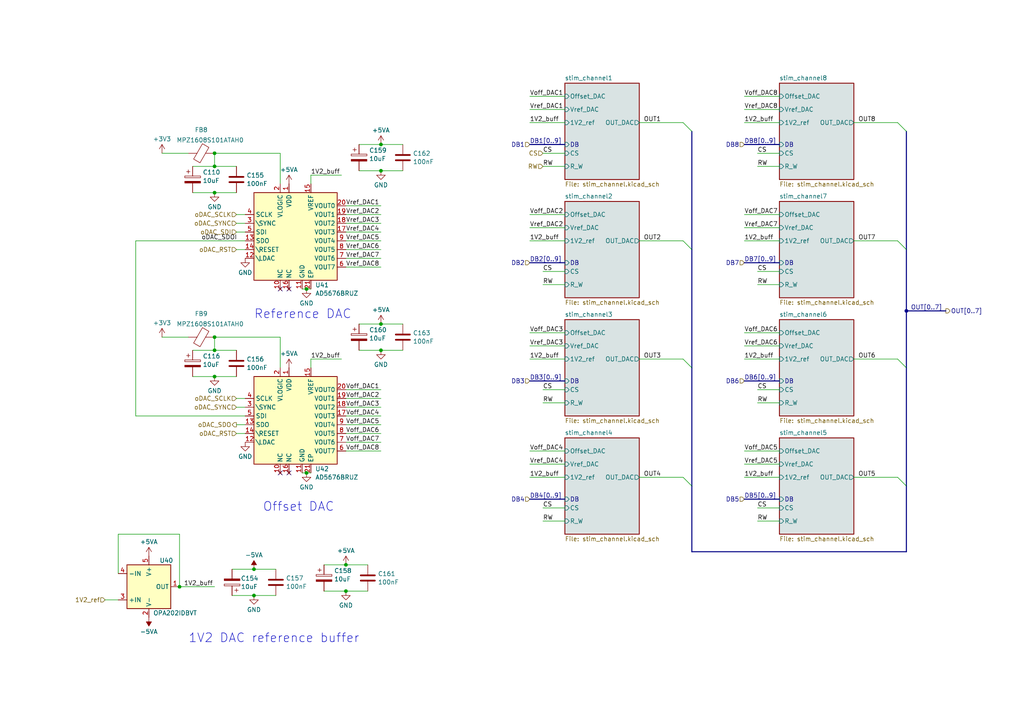
<source format=kicad_sch>
(kicad_sch (version 20250114) (generator "eeschema") (generator_version "9.0")
  (paper "A4")
  (lib_symbols
    (symbol "Device:C" (pin_numbers (hide yes)) (pin_names (offset 0.254))
      (property "Reference" "C" (at 0.635 2.54 0))
      (property "Value" "C" (at 0.635 -2.54 0))
      (symbol "C_0_1"
        (polyline (pts (xy -2.032 0.762) (xy 2.032 0.762)) (stroke (width 0.508)))
        (polyline (pts (xy -2.032 -0.762) (xy 2.032 -0.762)) (stroke (width 0.508)))
      )
      (symbol "C_1_1"
        (pin passive line (at 0 3.81 270) (length 2.794) (name "~") (number "1"))
        (pin passive line (at 0 -3.81 90) (length 2.794) (name "~") (number "2"))
      )
    )
    (symbol "Device:C_Polarized" (pin_numbers (hide yes)) (pin_names (offset 0.254))
      (property "Reference" "C" (at 0.635 2.54 0))
      (property "Value" "C_Polarized" (at 0.635 -2.54 0))
      (symbol "C_Polarized_0_1"
        (rectangle (start -2.286 0.508) (end 2.286 1.016))
        (polyline (pts (xy -1.778 2.286) (xy -0.762 2.286)))
        (polyline (pts (xy -1.27 2.794) (xy -1.27 1.778)))
        (rectangle (start 2.286 -0.508) (end -2.286 -1.016) (fill (type outline)))
      )
      (symbol "C_Polarized_1_1"
        (pin passive line (at 0 3.81 270) (length 2.794) (name "~") (number "1"))
        (pin passive line (at 0 -3.81 90) (length 2.794) (name "~") (number "2"))
      )
    )
    (symbol "Device:FerriteBead" (pin_numbers (hide yes)) (pin_names (offset 0))
      (property "Reference" "FB" (at -3.81 0.635 90))
      (property "Value" "FerriteBead" (at 3.81 0 90))
      (symbol "FerriteBead_0_1"
        (polyline (pts (xy -2.7686 0.4064) (xy -1.7018 2.2606) (xy 2.7686 -0.3048) (xy 1.6764 -2.159) (xy -2.7686 0.4064)))
        (polyline (pts (xy 0 1.27) (xy 0 1.2954)))
        (polyline (pts (xy 0 -1.27) (xy 0 -1.2192)))
      )
      (symbol "FerriteBead_1_1"
        (pin passive line (at 0 3.81 270) (length 2.54) (name "~") (number "1"))
        (pin passive line (at 0 -3.81 90) (length 2.54) (name "~") (number "2"))
      )
    )
    (symbol "TWIST_V2_lib:AD5676BRUZ"
      (property "Reference" "U" (at 0 -1.27 0))
      (property "Value" "AD5676BRUZ" (at 24.13 -1.27 0))
      (symbol "AD5676BRUZ_0_0"
        (pin input line (at -2.54 19.05 0) (length 2.54) (name "SCLK") (number "4"))
        (pin input line (at -2.54 16.51 0) (length 2.54) (name "\\SYNC") (number "3"))
        (pin input line (at -2.54 13.97 0) (length 2.54) (name "SDI") (number "5"))
        (pin output line (at -2.54 11.43 0) (length 2.54) (name "SDO") (number "13"))
        (pin input line (at -2.54 8.89 0) (length 2.54) (name "\\RESET") (number "14"))
        (pin input line (at -2.54 6.35 0) (length 2.54) (name "\\LDAC") (number "12"))
        (pin power_in line (at 7.62 27.94 270) (length 2.54) (name "VLOGIC") (number "2"))
        (pin no_connect line (at 7.62 -2.54 90) (length 2.54) (name "NC") (number "10"))
        (pin power_in line (at 10.16 27.94 270) (length 2.54) (name "VDD") (number "1"))
        (pin no_connect line (at 10.16 -2.54 90) (length 2.54) (name "NC") (number "16"))
        (pin power_in line (at 13.97 -2.54 90) (length 2.54) (name "GND") (number "11"))
        (pin power_in line (at 16.51 27.94 270) (length 2.54) (name "VREF") (number "15"))
        (pin power_in line (at 16.51 -2.54 90) (length 2.54) (name "EP") (number "21"))
        (pin output line (at 26.67 21.59 180) (length 2.54) (name "VOUT0") (number "20"))
        (pin output line (at 26.67 19.05 180) (length 2.54) (name "VOUT1") (number "19"))
        (pin output line (at 26.67 16.51 180) (length 2.54) (name "VOUT2") (number "18"))
        (pin output line (at 26.67 13.97 180) (length 2.54) (name "VOUT3") (number "17"))
        (pin output line (at 26.67 11.43 180) (length 2.54) (name "VOUT4") (number "9"))
        (pin output line (at 26.67 8.89 180) (length 2.54) (name "VOUT5") (number "8"))
        (pin output line (at 26.67 6.35 180) (length 2.54) (name "VOUT6") (number "7"))
        (pin output line (at 26.67 3.81 180) (length 2.54) (name "VOUT7") (number "6"))
      )
      (symbol "AD5676BRUZ_1_1"
        (rectangle (start 0 25.4) (end 24.13 0) (stroke (width 0.256)) (fill (type background)))
      )
    )
    (symbol "TWIST_V2_lib:OPA202IDBVT"
      (property "Reference" "U" (at 0 13.97 0))
      (property "Value" "OPA202IDBVT" (at 13.97 13.97 0))
      (symbol "OPA202IDBVT_0_0"
        (pin input line (at -2.54 10.16 0) (length 2.54) (name "-IN") (number "4"))
        (pin input line (at -2.54 2.54 0) (length 2.54) (name "+IN") (number "3"))
        (pin power_in line (at 6.35 15.24 270) (length 2.54) (name "V+") (number "5"))
        (pin power_in line (at 6.35 -2.54 90) (length 2.54) (name "V-") (number "2"))
      )
      (symbol "OPA202IDBVT_1_0"
        (pin output line (at 15.24 6.35 180) (length 2.54) (name "OUT") (number "1"))
      )
      (symbol "OPA202IDBVT_1_1"
        (rectangle (start 0 12.7) (end 12.7 0) (stroke (width 0.254)) (fill (type background)))
      )
    )
    (symbol "power:+3V3D" (power) (pin_names (offset 0))
      (property "Value" "+3V3D" (at 0 3.556 0))
      (symbol "+3V3D_0_1"
        (polyline (pts (xy -0.762 1.27) (xy 0 2.54)))
        (polyline (pts (xy 0 2.54) (xy 0.762 1.27)))
        (polyline (pts (xy 0 0) (xy 0 2.54)))
      )
      (symbol "+3V3D_1_1"
        (pin power_in line (at 0 0 90) (length 0) (hide yes) (name "+3V3") (number "1"))
      )
    )
    (symbol "power:+5VA" (power) (pin_names (offset 0))
      (property "Value" "+5VA" (at 0 3.556 0))
      (symbol "+5VA_0_1"
        (polyline (pts (xy -0.762 1.27) (xy 0 2.54)))
        (polyline (pts (xy 0 2.54) (xy 0.762 1.27)))
        (polyline (pts (xy 0 0) (xy 0 2.54)))
      )
      (symbol "+5VA_1_1"
        (pin power_in line (at 0 0 90) (length 0) (hide yes) (name "+5VA") (number "1"))
      )
    )
    (symbol "power:-5VA" (power) (pin_names (offset 0))
      (property "Value" "-5VA" (at 0 3.81 0))
      (symbol "-5VA_0_0"
        (pin power_in line (at 0 0 90) (length 0) (hide yes) (name "-5VA") (number "1"))
      )
      (symbol "-5VA_0_1"
        (polyline (pts (xy 0 0) (xy 0 1.27) (xy 0.762 1.27) (xy 0 2.54) (xy -0.762 1.27) (xy 0 1.27)) (fill (type outline)))
      )
    )
    (symbol "power:GND" (power) (pin_names (offset 0))
      (property "Value" "GND" (at 0 -3.81 0))
      (symbol "GND_0_1"
        (polyline (pts (xy 0 0) (xy 0 -1.27) (xy 1.27 -1.27) (xy 0 -2.54) (xy -1.27 -1.27) (xy 0 -1.27)))
      )
      (symbol "GND_1_1"
        (pin power_in line (at 0 0 270) (length 0) (hide yes) (name "GND") (number "1"))
      )
    )
  )
  (text "1V2 DAC reference buffer" (at 54.61 186.69 0) (effects (font (size 2.56 2.56)) (justify left bottom)))
  (text "Offset DAC" (at 76.2 148.59 0) (effects (font (size 2.56 2.56)) (justify left bottom)))
  (text "Reference DAC" (at 73.66 92.71 0) (effects (font (size 2.56 2.56)) (justify left bottom)))
  (junction (at 110.49 101.6))
  (junction (at 62.23 109.22))
  (junction (at 62.23 55.88))
  (junction (at 52.07 170.18))
  (junction (at 110.49 41.91))
  (junction (at 62.23 101.6))
  (junction (at 62.23 44.45))
  (junction (at 100.33 171.45))
  (junction (at 110.49 49.53))
  (junction (at 62.23 48.26))
  (junction (at 73.66 165.1))
  (junction (at 62.23 97.79))
  (junction (at 262.89 90.17))
  (junction (at 88.9 83.82))
  (junction (at 73.66 172.72))
  (junction (at 110.49 93.98))
  (junction (at 100.33 163.83))
  (junction (at 88.9 137.16))
  (no_connect (at 83.82 137.16))
  (no_connect (at 83.82 83.82))
  (no_connect (at 81.28 137.16))
  (no_connect (at 81.28 83.82))
  (bus_entry (at 198.12 104.14) (size 2.54 2.54))
  (bus_entry (at 260.35 138.43) (size 2.54 2.54))
  (bus_entry (at 198.12 69.85) (size 2.54 2.54))
  (bus_entry (at 260.35 69.85) (size 2.54 2.54))
  (bus_entry (at 260.35 35.56) (size 2.54 2.54))
  (bus_entry (at 198.12 138.43) (size 2.54 2.54))
  (bus_entry (at 260.35 104.14) (size 2.54 2.54))
  (bus_entry (at 198.12 35.56) (size 2.54 2.54))
  (wire (pts (xy 153.67 104.14) (xy 163.83 104.14)))
  (wire (pts (xy 215.9 35.56) (xy 226.06 35.56)))
  (wire (pts (xy 153.67 66.04) (xy 163.83 66.04)))
  (wire (pts (xy 157.48 113.03) (xy 163.83 113.03)))
  (wire (pts (xy 73.66 172.72) (xy 80.01 172.72)))
  (wire (pts (xy 88.9 83.82) (xy 90.17 83.82)))
  (wire (pts (xy 153.67 134.62) (xy 163.83 134.62)))
  (wire (pts (xy 62.23 55.88) (xy 68.58 55.88)))
  (bus (pts (xy 153.67 144.78) (xy 163.83 144.78)))
  (wire (pts (xy 185.42 69.85) (xy 198.12 69.85)))
  (wire (pts (xy 90.17 104.14) (xy 99.06 104.14)))
  (bus (pts (xy 153.67 110.49) (xy 163.83 110.49)))
  (wire (pts (xy 68.58 72.39) (xy 71.12 72.39)))
  (bus (pts (xy 153.67 76.2) (xy 163.83 76.2)))
  (wire (pts (xy 215.9 27.94) (xy 226.06 27.94)))
  (bus (pts (xy 215.9 144.78) (xy 226.06 144.78)))
  (wire (pts (xy 153.67 100.33) (xy 163.83 100.33)))
  (wire (pts (xy 62.23 109.22) (xy 68.58 109.22)))
  (bus (pts (xy 200.66 140.97) (xy 200.66 160.02)))
  (wire (pts (xy 100.33 59.69) (xy 110.49 59.69)))
  (wire (pts (xy 93.98 171.45) (xy 100.33 171.45)))
  (wire (pts (xy 39.37 69.85) (xy 39.37 120.65)))
  (wire (pts (xy 90.17 53.34) (xy 90.17 50.8)))
  (bus (pts (xy 200.66 38.1) (xy 200.66 72.39)))
  (bus (pts (xy 215.9 41.91) (xy 226.06 41.91)))
  (wire (pts (xy 73.66 165.1) (xy 80.01 165.1)))
  (wire (pts (xy 104.14 101.6) (xy 110.49 101.6)))
  (bus (pts (xy 215.9 110.49) (xy 226.06 110.49)))
  (wire (pts (xy 34.29 154.94) (xy 34.29 166.37)))
  (wire (pts (xy 62.23 44.45) (xy 62.23 48.26)))
  (bus (pts (xy 262.89 38.1) (xy 262.89 72.39)))
  (wire (pts (xy 157.48 147.32) (xy 163.83 147.32)))
  (wire (pts (xy 157.48 151.13) (xy 163.83 151.13)))
  (bus (pts (xy 262.89 90.17) (xy 262.89 106.68)))
  (bus (pts (xy 262.89 90.17) (xy 274.32 90.17)))
  (bus (pts (xy 215.9 76.2) (xy 226.06 76.2)))
  (wire (pts (xy 90.17 50.8) (xy 99.06 50.8)))
  (wire (pts (xy 87.63 83.82) (xy 88.9 83.82)))
  (wire (pts (xy 68.58 62.23) (xy 71.12 62.23)))
  (wire (pts (xy 219.71 44.45) (xy 226.06 44.45)))
  (wire (pts (xy 30.48 173.99) (xy 34.29 173.99)))
  (wire (pts (xy 68.58 67.31) (xy 71.12 67.31)))
  (wire (pts (xy 55.88 109.22) (xy 62.23 109.22)))
  (wire (pts (xy 62.23 48.26) (xy 68.58 48.26)))
  (wire (pts (xy 68.58 118.11) (xy 71.12 118.11)))
  (wire (pts (xy 62.23 97.79) (xy 62.23 101.6)))
  (wire (pts (xy 219.71 116.84) (xy 226.06 116.84)))
  (wire (pts (xy 100.33 69.85) (xy 110.49 69.85)))
  (wire (pts (xy 157.48 82.55) (xy 163.83 82.55)))
  (wire (pts (xy 62.23 101.6) (xy 68.58 101.6)))
  (wire (pts (xy 219.71 48.26) (xy 226.06 48.26)))
  (wire (pts (xy 153.67 96.52) (xy 163.83 96.52)))
  (wire (pts (xy 34.29 154.94) (xy 52.07 154.94)))
  (wire (pts (xy 247.65 69.85) (xy 260.35 69.85)))
  (wire (pts (xy 100.33 130.81) (xy 110.49 130.81)))
  (wire (pts (xy 219.71 78.74) (xy 226.06 78.74)))
  (wire (pts (xy 46.99 97.79) (xy 54.61 97.79)))
  (wire (pts (xy 110.49 41.91) (xy 116.84 41.91)))
  (wire (pts (xy 100.33 67.31) (xy 110.49 67.31)))
  (wire (pts (xy 110.49 101.6) (xy 116.84 101.6)))
  (wire (pts (xy 104.14 93.98) (xy 110.49 93.98)))
  (wire (pts (xy 153.67 138.43) (xy 163.83 138.43)))
  (wire (pts (xy 219.71 113.03) (xy 226.06 113.03)))
  (wire (pts (xy 104.14 41.91) (xy 110.49 41.91)))
  (wire (pts (xy 153.67 31.75) (xy 163.83 31.75)))
  (wire (pts (xy 100.33 74.93) (xy 110.49 74.93)))
  (wire (pts (xy 215.9 138.43) (xy 226.06 138.43)))
  (wire (pts (xy 68.58 115.57) (xy 71.12 115.57)))
  (wire (pts (xy 81.28 44.45) (xy 62.23 44.45)))
  (wire (pts (xy 100.33 125.73) (xy 110.49 125.73)))
  (wire (pts (xy 215.9 69.85) (xy 226.06 69.85)))
  (wire (pts (xy 247.65 138.43) (xy 260.35 138.43)))
  (wire (pts (xy 215.9 104.14) (xy 226.06 104.14)))
  (wire (pts (xy 215.9 62.23) (xy 226.06 62.23)))
  (wire (pts (xy 90.17 106.68) (xy 90.17 104.14)))
  (wire (pts (xy 215.9 134.62) (xy 226.06 134.62)))
  (wire (pts (xy 153.67 62.23) (xy 163.83 62.23)))
  (wire (pts (xy 68.58 123.19) (xy 71.12 123.19)))
  (bus (pts (xy 262.89 72.39) (xy 262.89 90.17)))
  (wire (pts (xy 46.99 44.45) (xy 54.61 44.45)))
  (wire (pts (xy 100.33 72.39) (xy 110.49 72.39)))
  (wire (pts (xy 215.9 66.04) (xy 226.06 66.04)))
  (wire (pts (xy 157.48 44.45) (xy 163.83 44.45)))
  (wire (pts (xy 153.67 35.56) (xy 163.83 35.56)))
  (wire (pts (xy 55.88 48.26) (xy 62.23 48.26)))
  (wire (pts (xy 157.48 78.74) (xy 163.83 78.74)))
  (wire (pts (xy 67.31 165.1) (xy 73.66 165.1)))
  (wire (pts (xy 68.58 64.77) (xy 71.12 64.77)))
  (wire (pts (xy 110.49 49.53) (xy 116.84 49.53)))
  (wire (pts (xy 39.37 69.85) (xy 71.12 69.85)))
  (bus (pts (xy 200.66 160.02) (xy 262.89 160.02)))
  (wire (pts (xy 215.9 130.81) (xy 226.06 130.81)))
  (wire (pts (xy 67.31 172.72) (xy 73.66 172.72)))
  (wire (pts (xy 185.42 35.56) (xy 198.12 35.56)))
  (wire (pts (xy 100.33 62.23) (xy 110.49 62.23)))
  (wire (pts (xy 93.98 163.83) (xy 100.33 163.83)))
  (bus (pts (xy 200.66 72.39) (xy 200.66 106.68)))
  (wire (pts (xy 100.33 123.19) (xy 110.49 123.19)))
  (wire (pts (xy 68.58 125.73) (xy 71.12 125.73)))
  (wire (pts (xy 110.49 93.98) (xy 116.84 93.98)))
  (wire (pts (xy 100.33 113.03) (xy 110.49 113.03)))
  (wire (pts (xy 100.33 163.83) (xy 106.68 163.83)))
  (wire (pts (xy 185.42 138.43) (xy 198.12 138.43)))
  (wire (pts (xy 88.9 137.16) (xy 90.17 137.16)))
  (bus (pts (xy 262.89 106.68) (xy 262.89 140.97)))
  (wire (pts (xy 215.9 100.33) (xy 226.06 100.33)))
  (wire (pts (xy 157.48 48.26) (xy 163.83 48.26)))
  (bus (pts (xy 153.67 41.91) (xy 163.83 41.91)))
  (wire (pts (xy 55.88 101.6) (xy 62.23 101.6)))
  (wire (pts (xy 100.33 171.45) (xy 106.68 171.45)))
  (wire (pts (xy 157.48 116.84) (xy 163.83 116.84)))
  (wire (pts (xy 81.28 106.68) (xy 81.28 97.79)))
  (wire (pts (xy 153.67 69.85) (xy 163.83 69.85)))
  (wire (pts (xy 185.42 104.14) (xy 198.12 104.14)))
  (wire (pts (xy 247.65 104.14) (xy 260.35 104.14)))
  (wire (pts (xy 219.71 147.32) (xy 226.06 147.32)))
  (wire (pts (xy 87.63 137.16) (xy 88.9 137.16)))
  (wire (pts (xy 219.71 82.55) (xy 226.06 82.55)))
  (wire (pts (xy 100.33 120.65) (xy 110.49 120.65)))
  (wire (pts (xy 215.9 31.75) (xy 226.06 31.75)))
  (bus (pts (xy 262.89 140.97) (xy 262.89 160.02)))
  (wire (pts (xy 100.33 118.11) (xy 110.49 118.11)))
  (wire (pts (xy 39.37 120.65) (xy 71.12 120.65)))
  (wire (pts (xy 81.28 97.79) (xy 62.23 97.79)))
  (wire (pts (xy 100.33 77.47) (xy 110.49 77.47)))
  (wire (pts (xy 219.71 151.13) (xy 226.06 151.13)))
  (bus (pts (xy 200.66 106.68) (xy 200.66 140.97)))
  (wire (pts (xy 52.07 170.18) (xy 62.23 170.18)))
  (wire (pts (xy 100.33 64.77) (xy 110.49 64.77)))
  (wire (pts (xy 100.33 128.27) (xy 110.49 128.27)))
  (wire (pts (xy 100.33 115.57) (xy 110.49 115.57)))
  (wire (pts (xy 104.14 49.53) (xy 110.49 49.53)))
  (wire (pts (xy 153.67 27.94) (xy 163.83 27.94)))
  (wire (pts (xy 247.65 35.56) (xy 260.35 35.56)))
  (wire (pts (xy 55.88 55.88) (xy 62.23 55.88)))
  (wire (pts (xy 81.28 53.34) (xy 81.28 44.45)))
  (wire (pts (xy 215.9 96.52) (xy 226.06 96.52)))
  (wire (pts (xy 153.67 130.81) (xy 163.83 130.81)))
  (wire (pts (xy 52.07 170.18) (xy 52.07 154.94)))
  (label "Voff_DAC5" (at 100.33 123.19 0))
  (label "DB1[0..9]" (at 153.67 41.91 0))
  (label "DB7[0..9]" (at 215.9 76.2 0))
  (label "RW" (at 219.71 48.26 0))
  (label "RW" (at 157.48 116.84 0))
  (label "1V2_buff" (at 53.34 170.18 0))
  (label "CS" (at 219.71 78.74 0))
  (label "Voff_DAC7" (at 215.9 62.23 0))
  (label "Vref_DAC8" (at 100.33 77.47 0))
  (label "DB8[0..9]" (at 215.9 41.91 0))
  (label "DB6[0..9]" (at 215.9 110.49 0))
  (label "Voff_DAC4" (at 100.33 120.65 0))
  (label "OUT6" (at 248.92 104.14 0))
  (label "CS" (at 157.48 147.32 0))
  (label "Vref_DAC7" (at 100.33 74.93 0))
  (label "Vref_DAC4" (at 153.67 134.62 0))
  (label "Voff_DAC8" (at 215.9 27.94 0))
  (label "1V2_buff" (at 215.9 69.85 0))
  (label "1V2_buff" (at 215.9 138.43 0))
  (label "DB2[0..9]" (at 153.67 76.2 0))
  (label "RW" (at 219.71 151.13 0))
  (label "Vref_DAC2" (at 100.33 62.23 0))
  (label "Voff_DAC7" (at 100.33 128.27 0))
  (label "DB4[0..9]" (at 153.67 144.78 0))
  (label "Voff_DAC4" (at 153.67 130.81 0))
  (label "RW" (at 219.71 82.55 0))
  (label "Vref_DAC4" (at 100.33 67.31 0))
  (label "Voff_DAC5" (at 215.9 130.81 0))
  (label "1V2_buff" (at 153.67 35.56 0))
  (label "OUT2" (at 186.69 69.85 0))
  (label "OUT7" (at 248.92 69.85 0))
  (label "RW" (at 157.48 48.26 0))
  (label "Vref_DAC7" (at 215.9 66.04 0))
  (label "Voff_DAC6" (at 215.9 96.52 0))
  (label "DB3[0..9]" (at 153.67 110.49 0))
  (label "1V2_buff" (at 90.17 50.8 0))
  (label "Vref_DAC3" (at 100.33 64.77 0))
  (label "1V2_buff" (at 153.67 104.14 0))
  (label "Vref_DAC8" (at 215.9 31.75 0))
  (label "Voff_DAC6" (at 100.33 125.73 0))
  (label "Voff_DAC2" (at 100.33 115.57 0))
  (label "1V2_buff" (at 215.9 104.14 0))
  (label "Vref_DAC6" (at 215.9 100.33 0))
  (label "OUT1" (at 186.69 35.56 0))
  (label "RW" (at 219.71 116.84 0))
  (label "Vref_DAC3" (at 153.67 100.33 0))
  (label "Voff_DAC3" (at 153.67 96.52 0))
  (label "1V2_buff" (at 153.67 69.85 0))
  (label "oDAC_SDOI" (at 58.42 69.85 0))
  (label "OUT8" (at 248.92 35.56 0))
  (label "Voff_DAC3" (at 100.33 118.11 0))
  (label "Voff_DAC2" (at 153.67 62.23 0))
  (label "CS" (at 219.71 44.45 0))
  (label "DB5[0..9]" (at 215.9 144.78 0))
  (label "Vref_DAC5" (at 215.9 134.62 0))
  (label "CS" (at 219.71 113.03 0))
  (label "RW" (at 157.48 151.13 0))
  (label "Voff_DAC1" (at 100.33 113.03 0))
  (label "RW" (at 157.48 82.55 0))
  (label "Vref_DAC6" (at 100.33 72.39 0))
  (label "Vref_DAC5" (at 100.33 69.85 0))
  (label "Vref_DAC1" (at 153.67 31.75 0))
  (label "OUT3" (at 186.69 104.14 0))
  (label "1V2_buff" (at 153.67 138.43 0))
  (label "CS" (at 219.71 147.32 0))
  (label "1V2_buff" (at 90.17 104.14 0))
  (label "Vref_DAC2" (at 153.67 66.04 0))
  (label "1V2_buff" (at 215.9 35.56 0))
  (label "Voff_DAC1" (at 153.67 27.94 0))
  (label "CS" (at 157.48 44.45 0))
  (label "Voff_DAC8" (at 100.33 130.81 0))
  (label "OUT5" (at 248.92 138.43 0))
  (label "CS" (at 157.48 78.74 0))
  (label "OUT[0..7]" (at 264.16 90.17 0))
  (label "OUT4" (at 186.69 138.43 0))
  (label "CS" (at 157.48 113.03 0))
  (label "Vref_DAC1" (at 100.33 59.69 0))
  (hierarchical_label "DB6" (shape input) (at 215.9 110.49 180))
  (hierarchical_label "oDAC_RST" (shape input) (at 68.58 72.39 180))
  (hierarchical_label "oDAC_SDO" (shape output) (at 68.58 123.19 180))
  (hierarchical_label "oDAC_SYNC" (shape input) (at 68.58 64.77 180))
  (hierarchical_label "DB4" (shape input) (at 153.67 144.78 180))
  (hierarchical_label "1V2_ref" (shape input) (at 30.48 173.99 180))
  (hierarchical_label "DB2" (shape input) (at 153.67 76.2 180))
  (hierarchical_label "oDAC_SCLK" (shape input) (at 68.58 115.57 180))
  (hierarchical_label "DB7" (shape input) (at 215.9 76.2 180))
  (hierarchical_label "oDAC_SYNC" (shape input) (at 68.58 118.11 180))
  (hierarchical_label "CS" (shape input) (at 157.48 44.45 180))
  (hierarchical_label "DB8" (shape input) (at 215.9 41.91 180))
  (hierarchical_label "DB5" (shape input) (at 215.9 144.78 180))
  (hierarchical_label "oDAC_RST" (shape input) (at 68.58 125.73 180))
  (hierarchical_label "oDAC_SDI" (shape input) (at 68.58 67.31 180))
  (hierarchical_label "OUT[0..7]" (shape output) (at 274.32 90.17 0))
  (hierarchical_label "DB3" (shape input) (at 153.67 110.49 180))
  (hierarchical_label "oDAC_SCLK" (shape input) (at 68.58 62.23 180))
  (hierarchical_label "DB1" (shape input) (at 153.67 41.91 180))
  (hierarchical_label "RW" (shape input) (at 157.48 48.26 180))
  (symbol (lib_id "power:GND") (at 62.23 109.22 0) (unit 1)
    (property "Reference" "#PWR0639" (effects (hide yes)))
    (property "Value" "GND" (at 62.23 113.3531 0))
    (instances (project "TWIST_V2" (path "" (reference "#PWR0262") (unit 1)) (path "" (reference "#PWR0639") (unit 1))))
  )
  (symbol (lib_id "Device:C") (at 116.84 97.79 180) (unit 1)
    (property "Reference" "C106" (at 119.761 96.5779 0) (effects (justify right)))
    (property "Value" "100nF" (at 119.761 99.0021 0) (effects (justify right)))
    (property "Footprint" "Capacitor_SMD:C_0402_1005Metric" (effects (hide yes)))
    (instances (project "TWIST_V2" (path "" (reference "C163") (unit 1)) (path "" (reference "C106") (unit 1))))
  )
  (symbol (lib_id "Device:C") (at 116.84 45.72 180) (unit 1)
    (property "Reference" "C105" (at 119.761 44.5079 0) (effects (justify right)))
    (property "Value" "100nF" (at 119.761 46.9321 0) (effects (justify right)))
    (property "Footprint" "Capacitor_SMD:C_0402_1005Metric" (effects (hide yes)))
    (instances (project "TWIST_V2" (path "" (reference "C162") (unit 1)) (path "" (reference "C105") (unit 1))))
  )
  (symbol (lib_id "Device:FerriteBead") (at 58.42 97.79 90) (unit 1)
    (property "Reference" "FB7" (at 58.3692 91.0041 90))
    (property "Value" "MPZ1608S101ATAH0" (at 60.96 93.98 90))
    (property "Footprint" "Inductor_SMD:L_0603_1608Metric" (effects (hide yes)))
    (instances (project "TWIST_V2" (path "" (reference "FB9") (unit 1)) (path "" (reference "FB7") (unit 1))))
  )
  (symbol (lib_id "power:GND") (at 62.23 55.88 0) (unit 1)
    (property "Reference" "#PWR094" (effects (hide yes)))
    (property "Value" "GND" (at 62.23 60.0131 0))
    (instances (project "TWIST_V2" (path "" (reference "#PWR0261") (unit 1)) (path "" (reference "#PWR094") (unit 1))))
  )
  (symbol (lib_id "TWIST_V2_lib:AD5676BRUZ") (at 73.66 134.62 0) (unit 1)
    (property "Reference" "U17" (at 91.44 136.0058 0) (effects (justify left)))
    (property "Value" "AD5676BRUZ" (at 91.44 138.43 0) (effects (justify left)))
    (property "Footprint" "Package_CSP:LFCSP-20-1EP_4x4mm_P0.5mm_EP2.6x2.6mm" (effects (hide yes)))
    (instances (project "TWIST_V2" (path "" (reference "U42") (unit 1)) (path "" (reference "U17") (unit 1))))
  )
  (symbol (lib_id "power:+5VA") (at 43.18 161.29 0) (unit 1)
    (property "Reference" "#PWR090" (effects (hide yes)))
    (property "Value" "+5VA" (at 43.18 157.1569 0))
    (instances (project "TWIST_V2" (path "" (reference "#PWR0257") (unit 1)) (path "" (reference "#PWR090") (unit 1))))
  )
  (symbol (lib_id "power:+5VA") (at 100.33 163.83 0) (unit 1)
    (property "Reference" "#PWR0104" (effects (hide yes)))
    (property "Value" "+5VA" (at 100.33 159.6969 0))
    (instances (project "TWIST_V2" (path "" (reference "#PWR0271") (unit 1)) (path "" (reference "#PWR0104") (unit 1))))
  )
  (symbol (lib_id "Device:C_Polarized") (at 93.98 167.64 0) (unit 1)
    (property "Reference" "C101" (at 96.901 165.5389 0) (effects (justify left)))
    (property "Value" "10uF" (at 96.901 167.9631 0) (effects (justify left)))
    (property "Footprint" "Capacitor_Tantalum_SMD:CP_EIA-3528-21_Kemet-B" (effects (hide yes)))
    (instances (project "TWIST_V2" (path "" (reference "C158") (unit 1)) (path "" (reference "C101") (unit 1))))
  )
  (symbol (lib_id "power:GND") (at 110.49 101.6 0) (unit 1)
    (property "Reference" "#PWR0109" (effects (hide yes)))
    (property "Value" "GND" (at 110.49 105.7331 0))
    (instances (project "TWIST_V2" (path "" (reference "#PWR0276") (unit 1)) (path "" (reference "#PWR0109") (unit 1))))
  )
  (symbol (lib_id "power:+5VA") (at 110.49 93.98 0) (unit 1)
    (property "Reference" "#PWR0108" (effects (hide yes)))
    (property "Value" "+5VA" (at 110.49 89.8469 0))
    (instances (project "TWIST_V2" (path "" (reference "#PWR0275") (unit 1)) (path "" (reference "#PWR0108") (unit 1))))
  )
  (symbol (lib_id "power:+5VA") (at 83.82 106.68 0) (unit 1)
    (property "Reference" "#PWR0101" (effects (hide yes)))
    (property "Value" "+5VA" (at 83.82 102.5469 0))
    (instances (project "TWIST_V2" (path "" (reference "#PWR0268") (unit 1)) (path "" (reference "#PWR0101") (unit 1))))
  )
  (symbol (lib_id "power:GND") (at 100.33 171.45 0) (unit 1)
    (property "Reference" "#PWR0105" (effects (hide yes)))
    (property "Value" "GND" (at 100.33 175.5831 0))
    (instances (project "TWIST_V2" (path "" (reference "#PWR0272") (unit 1)) (path "" (reference "#PWR0105") (unit 1))))
  )
  (symbol (lib_id "power:GND") (at 71.12 74.93 0) (unit 1)
    (property "Reference" "#PWR096" (effects (hide yes)))
    (property "Value" "GND" (at 71.12 79.0631 0))
    (instances (project "TWIST_V2" (path "" (reference "#PWR0263") (unit 1)) (path "" (reference "#PWR096") (unit 1))))
  )
  (symbol (lib_id "power:+5VA") (at 110.49 41.91 0) (unit 1)
    (property "Reference" "#PWR0106" (effects (hide yes)))
    (property "Value" "+5VA" (at 110.49 37.7769 0))
    (instances (project "TWIST_V2" (path "" (reference "#PWR0273") (unit 1)) (path "" (reference "#PWR0106") (unit 1))))
  )
  (symbol (lib_id "power:+3V3D") (at 46.99 44.45 0) (unit 1)
    (property "Reference" "#PWR092" (effects (hide yes)))
    (property "Value" "+3V3" (at 46.99 40.3169 0))
    (instances (project "TWIST_V2" (path "" (reference "#PWR0259") (unit 1)) (path "" (reference "#PWR092") (unit 1))))
  )
  (symbol (lib_id "power:GND") (at 110.49 49.53 0) (unit 1)
    (property "Reference" "#PWR0107" (effects (hide yes)))
    (property "Value" "GND" (at 110.49 53.6631 0))
    (instances (project "TWIST_V2" (path "" (reference "#PWR0274") (unit 1)) (path "" (reference "#PWR0107") (unit 1))))
  )
  (symbol (lib_id "power:GND") (at 73.66 172.72 0) (unit 1)
    (property "Reference" "#PWR099" (effects (hide yes)))
    (property "Value" "GND" (at 73.66 176.8531 0))
    (instances (project "TWIST_V2" (path "" (reference "#PWR0266") (unit 1)) (path "" (reference "#PWR099") (unit 1))))
  )
  (symbol (lib_id "power:+5VA") (at 83.82 53.34 0) (unit 1)
    (property "Reference" "#PWR0100" (effects (hide yes)))
    (property "Value" "+5VA" (at 83.82 49.2069 0))
    (instances (project "TWIST_V2" (path "" (reference "#PWR0267") (unit 1)) (path "" (reference "#PWR0100") (unit 1))))
  )
  (symbol (lib_id "Device:C") (at 106.68 167.64 180) (unit 1)
    (property "Reference" "C104" (at 109.601 166.4279 0) (effects (justify right)))
    (property "Value" "100nF" (at 109.601 168.8521 0) (effects (justify right)))
    (property "Footprint" "Capacitor_SMD:C_0402_1005Metric" (effects (hide yes)))
    (instances (project "TWIST_V2" (path "" (reference "C161") (unit 1)) (path "" (reference "C104") (unit 1))))
  )
  (symbol (lib_id "Device:C_Polarized") (at 104.14 97.79 0) (unit 1)
    (property "Reference" "C103" (at 107.061 95.6889 0) (effects (justify left)))
    (property "Value" "10uF" (at 107.061 98.1131 0) (effects (justify left)))
    (property "Footprint" "Capacitor_Tantalum_SMD:CP_EIA-3528-21_Kemet-B" (effects (hide yes)))
    (instances (project "TWIST_V2" (path "" (reference "C160") (unit 1)) (path "" (reference "C103") (unit 1))))
  )
  (symbol (lib_id "Device:C") (at 68.58 52.07 180) (unit 1)
    (property "Reference" "C98" (at 71.501 50.8579 0) (effects (justify right)))
    (property "Value" "100nF" (at 71.501 53.2821 0) (effects (justify right)))
    (property "Footprint" "Capacitor_SMD:C_0402_1005Metric" (effects (hide yes)))
    (instances (project "TWIST_V2" (path "" (reference "C155") (unit 1)) (path "" (reference "C98") (unit 1))))
  )
  (symbol (lib_id "power:-5VA") (at 73.66 165.1 0) (unit 1)
    (property "Reference" "#PWR098" (effects (hide yes)))
    (property "Value" "-5VA" (at 73.66 160.9669 0))
    (instances (project "TWIST_V2" (path "" (reference "#PWR0265") (unit 1)) (path "" (reference "#PWR098") (unit 1))))
  )
  (symbol (lib_id "power:GND") (at 88.9 83.82 0) (unit 1)
    (property "Reference" "#PWR0102" (effects (hide yes)))
    (property "Value" "GND" (at 88.9 87.9531 0))
    (instances (project "TWIST_V2" (path "" (reference "#PWR0269") (unit 1)) (path "" (reference "#PWR0102") (unit 1))))
  )
  (symbol (lib_id "Device:C_Polarized") (at 55.88 105.41 0) (unit 1)
    (property "Reference" "C9" (at 58.801 103.3089 0) (effects (justify left)))
    (property "Value" "10uF" (at 58.801 105.7331 0) (effects (justify left)))
    (property "Footprint" "Capacitor_Tantalum_SMD:CP_EIA-3528-21_Kemet-B" (effects (hide yes)))
    (instances (project "TWIST_V2" (path "" (reference "C116") (unit 1)) (path "" (reference "C9") (unit 1))))
  )
  (symbol (lib_id "power:GND") (at 88.9 137.16 0) (unit 1)
    (property "Reference" "#PWR0103" (effects (hide yes)))
    (property "Value" "GND" (at 88.9 141.2931 0))
    (instances (project "TWIST_V2" (path "" (reference "#PWR0270") (unit 1)) (path "" (reference "#PWR0103") (unit 1))))
  )
  (symbol (lib_id "power:GND") (at 71.12 128.27 0) (unit 1)
    (property "Reference" "#PWR097" (effects (hide yes)))
    (property "Value" "GND" (at 71.12 132.4031 0))
    (instances (project "TWIST_V2" (path "" (reference "#PWR0264") (unit 1)) (path "" (reference "#PWR097") (unit 1))))
  )
  (symbol (lib_id "Device:C_Polarized") (at 55.88 52.07 0) (unit 1)
    (property "Reference" "C95" (at 58.801 49.9689 0) (effects (justify left)))
    (property "Value" "10uF" (at 58.801 52.3931 0) (effects (justify left)))
    (property "Footprint" "Capacitor_Tantalum_SMD:CP_EIA-3528-21_Kemet-B" (effects (hide yes)))
    (instances (project "TWIST_V2" (path "" (reference "C110") (unit 1)) (path "" (reference "C95") (unit 1))))
  )
  (symbol (lib_id "power:-5VA") (at 43.18 179.07 180) (unit 1)
    (property "Reference" "#PWR091" (effects (hide yes)))
    (property "Value" "-5VA" (at 43.18 183.2031 0))
    (instances (project "TWIST_V2" (path "" (reference "#PWR0258") (unit 1)) (path "" (reference "#PWR091") (unit 1))))
  )
  (symbol (lib_id "TWIST_V2_lib:OPA202IDBVT") (at 36.83 176.53 0) (unit 1)
    (property "Reference" "U15" (at 48.26 162.56 0))
    (property "Value" "OPA202IDBVT" (at 50.8 177.8 0))
    (property "Footprint" "Package_TO_SOT_SMD:SOT-23-5" (effects (hide yes)))
    (instances (project "TWIST_V2" (path "" (reference "U40") (unit 1)) (path "" (reference "U15") (unit 1))))
  )
  (symbol (lib_id "power:+3V3D") (at 46.99 97.79 0) (unit 1)
    (property "Reference" "#PWR048" (effects (hide yes)))
    (property "Value" "+3V3" (at 46.99 93.6569 0))
    (instances (project "TWIST_V2" (path "" (reference "#PWR0260") (unit 1)) (path "" (reference "#PWR048") (unit 1))))
  )
  (symbol (lib_id "TWIST_V2_lib:AD5676BRUZ") (at 73.66 81.28 0) (unit 1)
    (property "Reference" "U16" (at 91.44 82.6658 0) (effects (justify left)))
    (property "Value" "AD5676BRUZ" (at 91.44 85.09 0) (effects (justify left)))
    (property "Footprint" "Package_CSP:LFCSP-20-1EP_4x4mm_P0.5mm_EP2.6x2.6mm" (effects (hide yes)))
    (instances (project "TWIST_V2" (path "" (reference "U41") (unit 1)) (path "" (reference "U16") (unit 1))))
  )
  (symbol (lib_id "Device:C_Polarized") (at 104.14 45.72 0) (unit 1)
    (property "Reference" "C102" (at 107.061 43.6189 0) (effects (justify left)))
    (property "Value" "10uF" (at 107.061 46.0431 0) (effects (justify left)))
    (property "Footprint" "Capacitor_Tantalum_SMD:CP_EIA-3528-21_Kemet-B" (effects (hide yes)))
    (instances (project "TWIST_V2" (path "" (reference "C159") (unit 1)) (path "" (reference "C102") (unit 1))))
  )
  (symbol (lib_id "Device:C") (at 68.58 105.41 180) (unit 1)
    (property "Reference" "C109" (at 71.501 104.1979 0) (effects (justify right)))
    (property "Value" "100nF" (at 71.501 106.6221 0) (effects (justify right)))
    (property "Footprint" "Capacitor_SMD:C_0402_1005Metric" (effects (hide yes)))
    (instances (project "TWIST_V2" (path "" (reference "C156") (unit 1)) (path "" (reference "C109") (unit 1))))
  )
  (symbol (lib_id "Device:C") (at 80.01 168.91 180) (unit 1)
    (property "Reference" "C100" (at 82.931 167.6979 0) (effects (justify right)))
    (property "Value" "100nF" (at 82.931 170.1221 0) (effects (justify right)))
    (property "Footprint" "Capacitor_SMD:C_0402_1005Metric" (effects (hide yes)))
    (instances (project "TWIST_V2" (path "" (reference "C157") (unit 1)) (path "" (reference "C100") (unit 1))))
  )
  (symbol (lib_id "Device:C_Polarized") (at 67.31 168.91 180) (unit 1)
    (property "Reference" "C97" (at 69.85 167.7558 0) (effects (justify right)))
    (property "Value" "10uF" (at 69.85 170.18 0) (effects (justify right)))
    (property "Footprint" "Capacitor_Tantalum_SMD:CP_EIA-3528-21_Kemet-B" (effects (hide yes)))
    (instances (project "TWIST_V2" (path "" (reference "C154") (unit 1)) (path "" (reference "C97") (unit 1))))
  )
  (symbol (lib_id "Device:FerriteBead") (at 58.42 44.45 90) (unit 1)
    (property "Reference" "FB11" (at 58.3692 37.6641 90))
    (property "Value" "MPZ1608S101ATAH0" (at 60.96 40.64 90))
    (property "Footprint" "Inductor_SMD:L_0603_1608Metric" (effects (hide yes)))
    (instances (project "TWIST_V2" (path "" (reference "FB8") (unit 1)) (path "" (reference "FB11") (unit 1))))
  )
  (sheet (at 226.06 24.13) (size 21.59 27.94) (stroke (width 0.25)) (fill (color 0 72 72 0.1500))
    (property "Sheetname" "stim_channel8" (at 226.06 23.3696 0) (effects (justify left bottom)))
    (property "Sheetfile" "stim_channel.kicad_sch" (at 226.06 52.7034 0) (effects (justify left top)))
    (pin "Vref_DAC" input (at 226.06 31.75 180))
    (pin "CS" input (at 226.06 44.45 180))
    (pin "Offset_DAC" input (at 226.06 27.94 180))
    (pin "OUT_DAC" output (at 247.65 35.56 0))
    (pin "1V2_ref" input (at 226.06 35.56 180))
    (pin "R_W" input (at 226.06 48.26 180))
    (pin "DB" input (at 226.06 41.91 180))
  )
  (sheet (at 163.83 127) (size 21.59 27.94) (stroke (width 0.25)) (fill (color 0 72 72 0.1500))
    (property "Sheetname" "stim_channel4" (at 163.83 126.2396 0) (effects (justify left bottom)))
    (property "Sheetfile" "stim_channel.kicad_sch" (at 163.83 155.5734 0) (effects (justify left top)))
    (pin "Vref_DAC" input (at 163.83 134.62 180))
    (pin "CS" input (at 163.83 147.32 180))
    (pin "Offset_DAC" input (at 163.83 130.81 180))
    (pin "OUT_DAC" output (at 185.42 138.43 0))
    (pin "1V2_ref" input (at 163.83 138.43 180))
    (pin "R_W" input (at 163.83 151.13 180))
    (pin "DB" input (at 163.83 144.78 180))
  )
  (sheet (at 163.83 58.42) (size 21.59 27.94) (stroke (width 0.25)) (fill (color 0 72 72 0.1500))
    (property "Sheetname" "stim_channel2" (at 163.83 57.6596 0) (effects (justify left bottom)))
    (property "Sheetfile" "stim_channel.kicad_sch" (at 163.83 86.9934 0) (effects (justify left top)))
    (pin "Vref_DAC" input (at 163.83 66.04 180))
    (pin "CS" input (at 163.83 78.74 180))
    (pin "Offset_DAC" input (at 163.83 62.23 180))
    (pin "OUT_DAC" output (at 185.42 69.85 0))
    (pin "1V2_ref" input (at 163.83 69.85 180))
    (pin "R_W" input (at 163.83 82.55 180))
    (pin "DB" input (at 163.83 76.2 180))
  )
  (sheet (at 163.83 92.71) (size 21.59 27.94) (stroke (width 0.25)) (fill (color 0 72 72 0.1500))
    (property "Sheetname" "stim_channel3" (at 163.83 91.9496 0) (effects (justify left bottom)))
    (property "Sheetfile" "stim_channel.kicad_sch" (at 163.83 121.2834 0) (effects (justify left top)))
    (pin "Vref_DAC" input (at 163.83 100.33 180))
    (pin "CS" input (at 163.83 113.03 180))
    (pin "Offset_DAC" input (at 163.83 96.52 180))
    (pin "OUT_DAC" output (at 185.42 104.14 0))
    (pin "1V2_ref" input (at 163.83 104.14 180))
    (pin "R_W" input (at 163.83 116.84 180))
    (pin "DB" input (at 163.83 110.49 180))
  )
  (sheet (at 226.06 127) (size 21.59 27.94) (stroke (width 0.25)) (fill (color 0 72 72 0.1500))
    (property "Sheetname" "stim_channel5" (at 226.06 126.2396 0) (effects (justify left bottom)))
    (property "Sheetfile" "stim_channel.kicad_sch" (at 226.06 155.5734 0) (effects (justify left top)))
    (pin "Vref_DAC" input (at 226.06 134.62 180))
    (pin "CS" input (at 226.06 147.32 180))
    (pin "Offset_DAC" input (at 226.06 130.81 180))
    (pin "OUT_DAC" output (at 247.65 138.43 0))
    (pin "1V2_ref" input (at 226.06 138.43 180))
    (pin "R_W" input (at 226.06 151.13 180))
    (pin "DB" input (at 226.06 144.78 180))
  )
  (sheet (at 226.06 92.71) (size 21.59 27.94) (stroke (width 0.25)) (fill (color 0 72 72 0.1500))
    (property "Sheetname" "stim_channel6" (at 226.06 91.9496 0) (effects (justify left bottom)))
    (property "Sheetfile" "stim_channel.kicad_sch" (at 226.06 121.2834 0) (effects (justify left top)))
    (pin "Vref_DAC" input (at 226.06 100.33 180))
    (pin "CS" input (at 226.06 113.03 180))
    (pin "Offset_DAC" input (at 226.06 96.52 180))
    (pin "OUT_DAC" output (at 247.65 104.14 0))
    (pin "1V2_ref" input (at 226.06 104.14 180))
    (pin "R_W" input (at 226.06 116.84 180))
    (pin "DB" input (at 226.06 110.49 180))
  )
  (sheet (at 226.06 58.42) (size 21.59 27.94) (stroke (width 0.25)) (fill (color 0 72 72 0.1500))
    (property "Sheetname" "stim_channel7" (at 226.06 57.6596 0) (effects (justify left bottom)))
    (property "Sheetfile" "stim_channel.kicad_sch" (at 226.06 86.9934 0) (effects (justify left top)))
    (pin "Vref_DAC" input (at 226.06 66.04 180))
    (pin "CS" input (at 226.06 78.74 180))
    (pin "Offset_DAC" input (at 226.06 62.23 180))
    (pin "OUT_DAC" output (at 247.65 69.85 0))
    (pin "1V2_ref" input (at 226.06 69.85 180))
    (pin "R_W" input (at 226.06 82.55 180))
    (pin "DB" input (at 226.06 76.2 180))
  )
  (sheet (at 163.83 24.13) (size 21.59 27.94) (stroke (width 0.25)) (fill (color 0 72 72 0.1500))
    (property "Sheetname" "stim_channel1" (at 163.83 23.3696 0) (effects (justify left bottom)))
    (property "Sheetfile" "stim_channel.kicad_sch" (at 163.83 52.7034 0) (effects (justify left top)))
    (pin "Vref_DAC" input (at 163.83 31.75 180))
    (pin "CS" input (at 163.83 44.45 180))
    (pin "Offset_DAC" input (at 163.83 27.94 180))
    (pin "OUT_DAC" output (at 185.42 35.56 0))
    (pin "1V2_ref" input (at 163.83 35.56 180))
    (pin "R_W" input (at 163.83 48.26 180))
    (pin "DB" input (at 163.83 41.91 180))
  )
)
</source>
